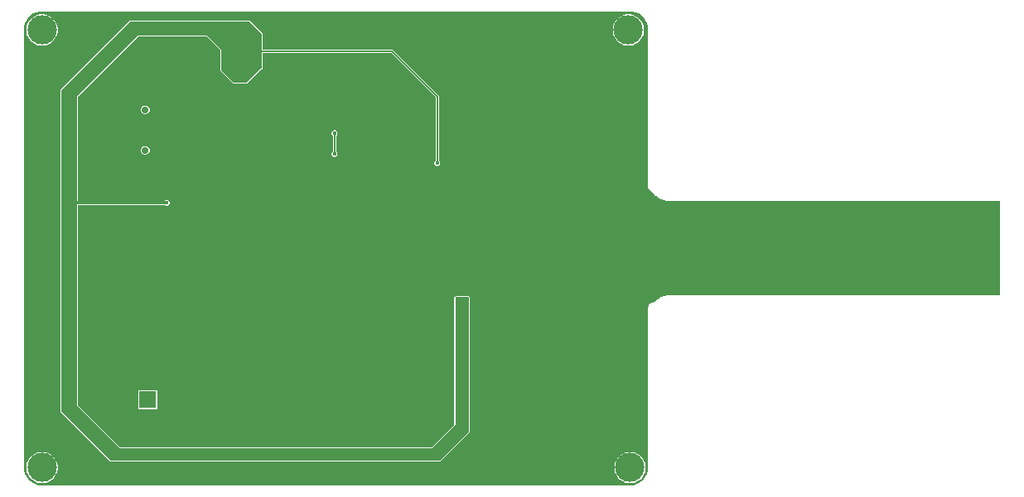
<source format=gbl>
G04*
G04 #@! TF.GenerationSoftware,Altium Limited,Altium Designer,24.5.2 (23)*
G04*
G04 Layer_Physical_Order=2*
G04 Layer_Color=16711680*
%FSLAX44Y44*%
%MOMM*%
G71*
G04*
G04 #@! TF.SameCoordinates,5A08705E-C27C-47AC-A7BE-410B2864E99F*
G04*
G04*
G04 #@! TF.FilePolarity,Positive*
G04*
G01*
G75*
%ADD11C,0.2000*%
%ADD12C,0.1500*%
%ADD86C,0.3000*%
%ADD89R,1.7000X1.7000*%
%ADD90C,1.7000*%
%ADD91C,3.0000*%
%ADD92C,0.7000*%
%ADD93C,0.4000*%
%ADD94C,0.5000*%
G36*
X627942Y487290D02*
X631025Y486013D01*
X633800Y484159D01*
X636159Y481800D01*
X638013Y479025D01*
X639290Y475942D01*
X639941Y472669D01*
Y471000D01*
X639941Y316700D01*
Y316700D01*
Y316700D01*
Y307285D01*
X647232Y299994D01*
X647232Y299994D01*
X648149Y299077D01*
X648400Y298909D01*
X648613Y298696D01*
X651873Y296518D01*
X652151Y296403D01*
X652402Y296236D01*
X656024Y294735D01*
X656024Y294735D01*
X656319Y294676D01*
X656598Y294561D01*
X660443Y293796D01*
X660670D01*
X660890Y293741D01*
X662850Y293645D01*
X662925Y293656D01*
X663000Y293641D01*
X939046Y293641D01*
Y293641D01*
X939046Y293641D01*
X946062D01*
Y293641D01*
X981379Y293641D01*
D01*
X988395D01*
D01*
X999742D01*
X999742Y197359D01*
X989258Y197358D01*
D01*
X988745D01*
X985300Y197358D01*
X946925D01*
X946062Y198222D01*
Y198222D01*
X946925Y197359D01*
X939909D01*
D01*
X663000Y197359D01*
X662925Y197344D01*
X662850Y197355D01*
X660890Y197259D01*
X660670Y197204D01*
X660443D01*
X656598Y196439D01*
X656319Y196324D01*
X656024Y196265D01*
X652402Y194764D01*
X652151Y194597D01*
X651873Y194482D01*
X648613Y192304D01*
X648400Y192090D01*
X648149Y191923D01*
X647232Y191006D01*
D01*
X642338Y189382D01*
X639941Y184224D01*
Y174300D01*
X639941Y174300D01*
Y20000D01*
Y18332D01*
X639290Y15059D01*
X638013Y11976D01*
X636159Y9201D01*
X633800Y6841D01*
X631025Y4987D01*
X627942Y3710D01*
X624669Y3059D01*
X18331D01*
X15058Y3710D01*
X11975Y4987D01*
X9201Y6841D01*
X6841Y9201D01*
X4987Y11976D01*
X3710Y15059D01*
X3059Y18332D01*
Y20000D01*
Y471000D01*
Y472669D01*
X3710Y475942D01*
X4987Y479025D01*
X6841Y481800D01*
X9201Y484159D01*
X11975Y486013D01*
X15058Y487290D01*
X18331Y487942D01*
X624669D01*
X627942Y487290D01*
D02*
G37*
%LPC*%
G36*
X621876Y485000D02*
X618724D01*
X615633Y484385D01*
X612721Y483179D01*
X610101Y481428D01*
X607872Y479199D01*
X606121Y476579D01*
X604915Y473667D01*
X604300Y470576D01*
Y467424D01*
X604915Y464333D01*
X606121Y461421D01*
X607872Y458801D01*
X610101Y456572D01*
X612721Y454821D01*
X615633Y453615D01*
X618724Y453000D01*
X621876D01*
X624967Y453615D01*
X627879Y454821D01*
X630499Y456572D01*
X632728Y458801D01*
X634479Y461421D01*
X635685Y464333D01*
X636300Y467424D01*
Y470576D01*
X635685Y473667D01*
X634479Y476579D01*
X632728Y479199D01*
X630499Y481428D01*
X627879Y483179D01*
X624967Y484385D01*
X621876Y485000D01*
D02*
G37*
G36*
X22576D02*
X19424D01*
X16333Y484385D01*
X13421Y483179D01*
X10801Y481428D01*
X8572Y479199D01*
X6821Y476579D01*
X5615Y473667D01*
X5000Y470576D01*
Y467424D01*
X5615Y464333D01*
X6821Y461421D01*
X8572Y458801D01*
X10801Y456572D01*
X13421Y454821D01*
X16333Y453615D01*
X19424Y453000D01*
X22576D01*
X25667Y453615D01*
X28579Y454821D01*
X31199Y456572D01*
X33428Y458801D01*
X35179Y461421D01*
X36385Y464333D01*
X37000Y467424D01*
Y470576D01*
X36385Y473667D01*
X35179Y476579D01*
X33428Y479199D01*
X31199Y481428D01*
X28579Y483179D01*
X25667Y484385D01*
X22576Y485000D01*
D02*
G37*
G36*
X127395Y391750D02*
X125605D01*
X123951Y391065D01*
X122685Y389799D01*
X122000Y388145D01*
Y386355D01*
X122685Y384701D01*
X123951Y383435D01*
X125605Y382750D01*
X127395D01*
X129049Y383435D01*
X130315Y384701D01*
X131000Y386355D01*
Y388145D01*
X130315Y389799D01*
X129049Y391065D01*
X127395Y391750D01*
D02*
G37*
G36*
Y350250D02*
X125605D01*
X123951Y349565D01*
X122685Y348299D01*
X122000Y346645D01*
Y344855D01*
X122685Y343201D01*
X123951Y341935D01*
X125605Y341250D01*
X127395D01*
X129049Y341935D01*
X130315Y343201D01*
X131000Y344855D01*
Y346645D01*
X130315Y348299D01*
X129049Y349565D01*
X127395Y350250D01*
D02*
G37*
G36*
X320597Y366500D02*
X319403D01*
X318301Y366043D01*
X317457Y365199D01*
X317000Y364097D01*
Y362903D01*
X317457Y361801D01*
X318301Y360957D01*
X318318Y360950D01*
Y344605D01*
X318206Y344558D01*
X317362Y343714D01*
X316905Y342612D01*
Y341418D01*
X317362Y340316D01*
X318206Y339472D01*
X319308Y339015D01*
X320502D01*
X321605Y339472D01*
X322449Y340316D01*
X322905Y341418D01*
Y342612D01*
X322449Y343714D01*
X321682Y344481D01*
Y360950D01*
X321699Y360957D01*
X322543Y361801D01*
X323000Y362903D01*
Y364097D01*
X322543Y365199D01*
X321699Y366043D01*
X320597Y366500D01*
D02*
G37*
G36*
X233000Y478474D02*
X111000D01*
X110311Y478189D01*
X40311Y408189D01*
X40026Y407500D01*
Y78500D01*
X40311Y77811D01*
X90811Y27311D01*
X91500Y27026D01*
X427500D01*
X428189Y27311D01*
X457689Y56811D01*
X457974Y57500D01*
Y195500D01*
X457689Y196189D01*
X457000Y196474D01*
X443500D01*
X442811Y196189D01*
X442526Y195500D01*
Y64903D01*
X419096Y41474D01*
X100904D01*
X57974Y84403D01*
Y289553D01*
X146704D01*
X146801Y289457D01*
X147903Y289000D01*
X149097D01*
X150199Y289457D01*
X151043Y290301D01*
X151500Y291403D01*
Y292597D01*
X151043Y293699D01*
X150199Y294543D01*
X149097Y295000D01*
X147903D01*
X146801Y294543D01*
X146704Y294447D01*
X57974D01*
Y401096D01*
X119403Y462526D01*
X189597D01*
X203526Y448596D01*
Y427500D01*
X203811Y426811D01*
X215811Y414811D01*
X216500Y414526D01*
X229097D01*
X229311Y414311D01*
X230000Y414026D01*
X230689Y414311D01*
X244904Y428526D01*
X245500D01*
X246189Y428811D01*
X246474Y429500D01*
Y445818D01*
X377803D01*
X423318Y400303D01*
Y335550D01*
X423301Y335543D01*
X422457Y334699D01*
X422000Y333597D01*
Y332403D01*
X422457Y331301D01*
X423301Y330457D01*
X424403Y330000D01*
X425597D01*
X426699Y330457D01*
X427543Y331301D01*
X428000Y332403D01*
Y333597D01*
X427543Y334699D01*
X426699Y335543D01*
X426682Y335550D01*
Y401000D01*
X426554Y401644D01*
X426190Y402190D01*
X379690Y448690D01*
X379144Y449054D01*
X378500Y449182D01*
X246474D01*
Y465000D01*
X246189Y465689D01*
X233689Y478189D01*
X233000Y478474D01*
D02*
G37*
G36*
X138700Y100000D02*
X119700D01*
Y81000D01*
X138700D01*
Y100000D01*
D02*
G37*
G36*
X623576Y37000D02*
X620424D01*
X617333Y36385D01*
X614421Y35179D01*
X611801Y33428D01*
X609572Y31199D01*
X607821Y28579D01*
X606615Y25667D01*
X606000Y22576D01*
Y19424D01*
X606615Y16333D01*
X607821Y13421D01*
X609572Y10801D01*
X611801Y8572D01*
X614421Y6821D01*
X617333Y5615D01*
X620424Y5000D01*
X623576D01*
X626667Y5615D01*
X629579Y6821D01*
X632199Y8572D01*
X634428Y10801D01*
X636179Y13421D01*
X637385Y16333D01*
X638000Y19424D01*
Y22576D01*
X637385Y25667D01*
X636179Y28579D01*
X634428Y31199D01*
X632199Y33428D01*
X629579Y35179D01*
X626667Y36385D01*
X623576Y37000D01*
D02*
G37*
G36*
X22576D02*
X19424D01*
X16333Y36385D01*
X13421Y35179D01*
X10801Y33428D01*
X8572Y31199D01*
X6821Y28579D01*
X5615Y25667D01*
X5000Y22576D01*
Y19424D01*
X5615Y16333D01*
X6821Y13421D01*
X8572Y10801D01*
X10801Y8572D01*
X13421Y6821D01*
X16333Y5615D01*
X19424Y5000D01*
X22576D01*
X25667Y5615D01*
X28579Y6821D01*
X31199Y8572D01*
X33428Y10801D01*
X35179Y13421D01*
X36385Y16333D01*
X37000Y19424D01*
Y22576D01*
X36385Y25667D01*
X35179Y28579D01*
X33428Y31199D01*
X31199Y33428D01*
X28579Y35179D01*
X25667Y36385D01*
X22576Y37000D01*
D02*
G37*
%LPD*%
G36*
X245500Y465000D02*
Y429500D01*
X244500D01*
X230000Y415000D01*
X229500Y415500D01*
X216500D01*
X204500Y427500D01*
Y449000D01*
X190000Y463500D01*
X119000D01*
X57000Y401500D01*
Y84000D01*
X100500Y40500D01*
X419500D01*
X443500Y64500D01*
Y195500D01*
X457000D01*
Y57500D01*
X427500Y28000D01*
X91500D01*
X41000Y78500D01*
Y407500D01*
X111000Y477500D01*
X233000D01*
X245500Y465000D01*
D02*
G37*
D11*
X524550Y253278D02*
Y268834D01*
Y253278D02*
X532328Y261056D01*
X516772D02*
X524550Y253278D01*
X516772Y245500D02*
X524550Y253278D01*
Y253278D02*
Y253278D01*
X532328Y245500D02*
X540107Y253278D01*
X524550Y245500D02*
Y253278D01*
X508994D02*
X516772Y245500D01*
X540107D02*
Y253278D01*
X524550D02*
X532328Y245500D01*
X532328D02*
X540107Y237722D01*
X524550D02*
Y245500D01*
X532328D02*
X532328D01*
X524550Y237722D02*
X532328Y245500D01*
X508994Y237722D02*
X516772Y245500D01*
X532328D02*
X540107D01*
X547885D01*
X516772D02*
X524550Y237722D01*
X540107Y237722D02*
Y245500D01*
X501216D02*
X516772D01*
X524550D01*
X532328D01*
X540107Y237722D02*
X540107D01*
X524550Y237722D02*
Y237722D01*
Y237722D02*
X532328Y229944D01*
X516772D02*
X524550Y237722D01*
Y222166D02*
Y237722D01*
X516772Y229944D02*
X516772D01*
D12*
X319500Y342000D02*
X320000Y342500D01*
X233000Y447500D02*
X378500D01*
X425000Y401000D01*
Y333000D02*
Y401000D01*
X320000Y342500D02*
Y363500D01*
D86*
X53000Y292000D02*
X148500D01*
D89*
X129200Y90500D02*
D03*
D90*
X103800D02*
D03*
D91*
X21000Y469000D02*
D03*
X620300D02*
D03*
X622000Y21000D02*
D03*
X21000D02*
D03*
D92*
X126500Y345750D02*
D03*
Y387250D02*
D03*
D93*
X602300Y452000D02*
D03*
X627300Y402000D02*
D03*
X602300Y352000D02*
D03*
X627300Y302000D02*
D03*
X602300Y152000D02*
D03*
X627300Y102000D02*
D03*
X602300Y52000D02*
D03*
X552300Y452000D02*
D03*
X577300Y402000D02*
D03*
X552300Y352000D02*
D03*
X577300Y302000D02*
D03*
X552300Y152000D02*
D03*
X577300Y102000D02*
D03*
X552300Y52000D02*
D03*
X502300Y452000D02*
D03*
X527300Y402000D02*
D03*
X502300Y352000D02*
D03*
X527300Y302000D02*
D03*
Y202000D02*
D03*
X502300Y152000D02*
D03*
X527300Y102000D02*
D03*
X502300Y52000D02*
D03*
X452300Y452000D02*
D03*
X477300Y402000D02*
D03*
X452300Y352000D02*
D03*
X477300Y302000D02*
D03*
Y102000D02*
D03*
X402300Y452000D02*
D03*
Y352000D02*
D03*
X427300Y302000D02*
D03*
X402300Y152000D02*
D03*
X427300Y102000D02*
D03*
X402300Y52000D02*
D03*
X352300Y452000D02*
D03*
X377300Y402000D02*
D03*
Y202000D02*
D03*
X352300Y152000D02*
D03*
Y52000D02*
D03*
X302300Y452000D02*
D03*
Y252000D02*
D03*
X327300Y202000D02*
D03*
X302300Y152000D02*
D03*
X327300Y102000D02*
D03*
X302300Y52000D02*
D03*
X252300Y452000D02*
D03*
Y52000D02*
D03*
X227300Y402000D02*
D03*
X202300Y352000D02*
D03*
X227300Y102000D02*
D03*
X202300Y52000D02*
D03*
X152300Y452000D02*
D03*
Y152000D02*
D03*
X177300Y102000D02*
D03*
X152300Y52000D02*
D03*
X127300Y202000D02*
D03*
X102300Y52000D02*
D03*
X52300Y452000D02*
D03*
X77300Y402000D02*
D03*
Y202000D02*
D03*
Y102000D02*
D03*
X52300Y52000D02*
D03*
X466320Y228636D02*
D03*
X487000Y200500D02*
D03*
X448156Y193000D02*
D03*
X148500Y292000D02*
D03*
X136500Y260000D02*
D03*
X425000Y333000D02*
D03*
X198000Y34500D02*
D03*
X189500D02*
D03*
X162000Y239500D02*
D03*
X168000Y195500D02*
D03*
X49025Y193475D02*
D03*
X231000Y422000D02*
D03*
X224364Y422118D02*
D03*
X217864D02*
D03*
X220759Y222466D02*
D03*
X221259Y201966D02*
D03*
X221009Y212966D02*
D03*
X212500Y222500D02*
D03*
Y213000D02*
D03*
Y202500D02*
D03*
X230000D02*
D03*
Y212500D02*
D03*
Y222500D02*
D03*
X454500Y187000D02*
D03*
X448016Y186962D02*
D03*
X454525Y192887D02*
D03*
X173204Y434910D02*
D03*
X164204D02*
D03*
X169000Y430000D02*
D03*
X534500Y373500D02*
D03*
X320000Y363500D02*
D03*
X319905Y342015D02*
D03*
X139000Y336500D02*
D03*
X131000D02*
D03*
X121500D02*
D03*
Y329000D02*
D03*
X131000Y329000D02*
D03*
X139000D02*
D03*
X121500Y321500D02*
D03*
X131000Y321500D02*
D03*
X139000D02*
D03*
X184000Y291000D02*
D03*
X198000Y287000D02*
D03*
X207500D02*
D03*
X255847Y280454D02*
D03*
X266847D02*
D03*
X276346Y275954D02*
D03*
X278846Y267454D02*
D03*
X738000Y265500D02*
D03*
X753000D02*
D03*
X888000D02*
D03*
X663000D02*
D03*
X918000D02*
D03*
X648000D02*
D03*
X903000D02*
D03*
X768000D02*
D03*
X678000D02*
D03*
X828000D02*
D03*
X783000Y265000D02*
D03*
X963000D02*
D03*
X693000D02*
D03*
X708000D02*
D03*
X798000D02*
D03*
X948000D02*
D03*
X813000D02*
D03*
X858000D02*
D03*
X723000D02*
D03*
X873000D02*
D03*
X843000D02*
D03*
X933000D02*
D03*
X630500Y261000D02*
D03*
X279347Y257954D02*
D03*
X738000Y253000D02*
D03*
X828000D02*
D03*
X753000D02*
D03*
X768000D02*
D03*
X888000D02*
D03*
X648000D02*
D03*
X663000D02*
D03*
X678000D02*
D03*
X903000D02*
D03*
X918000D02*
D03*
X723000Y252500D02*
D03*
X708000D02*
D03*
X693000D02*
D03*
X933000D02*
D03*
X948000D02*
D03*
X963000D02*
D03*
X843000D02*
D03*
X858000D02*
D03*
X873000D02*
D03*
X798000D02*
D03*
X783000D02*
D03*
X813000D02*
D03*
X621500Y251500D02*
D03*
X279846Y248954D02*
D03*
X104750Y246750D02*
D03*
X613000Y243500D02*
D03*
X828000Y243000D02*
D03*
X632500D02*
D03*
X918000D02*
D03*
X678000D02*
D03*
X888000D02*
D03*
X903000D02*
D03*
X738000D02*
D03*
X663000D02*
D03*
X753000D02*
D03*
X648000D02*
D03*
X768000D02*
D03*
X723000Y242500D02*
D03*
X948000D02*
D03*
X933000D02*
D03*
X843000D02*
D03*
X798000D02*
D03*
X783000D02*
D03*
X813000D02*
D03*
X963000D02*
D03*
X858000D02*
D03*
X708000D02*
D03*
X693000D02*
D03*
X873000D02*
D03*
X603000Y233000D02*
D03*
X445250Y223608D02*
D03*
X413632Y223502D02*
D03*
X422632D02*
D03*
X593252Y223477D02*
D03*
X421632Y217002D02*
D03*
X583252Y213477D02*
D03*
X279983Y202654D02*
D03*
X209000Y169500D02*
D03*
X245000Y148000D02*
D03*
X236000D02*
D03*
X366778Y140285D02*
D03*
X182587Y127388D02*
D03*
X219000Y122000D02*
D03*
X182587Y119388D02*
D03*
X193148Y119265D02*
D03*
X149174Y113238D02*
D03*
X104000Y112000D02*
D03*
X337779Y103285D02*
D03*
X350000Y76000D02*
D03*
D94*
X501216Y245500D02*
D03*
X508994Y253278D02*
D03*
X516772Y261056D02*
D03*
X524550Y268834D02*
D03*
X508994Y237722D02*
D03*
X516772Y245500D02*
D03*
X524550Y253278D02*
D03*
X532328Y261056D02*
D03*
X516772Y229944D02*
D03*
X524550Y237722D02*
D03*
X532328Y245500D02*
D03*
X540107Y253278D02*
D03*
X524550Y222166D02*
D03*
X532328Y229944D02*
D03*
X540107Y237722D02*
D03*
X547885Y245500D02*
D03*
M02*

</source>
